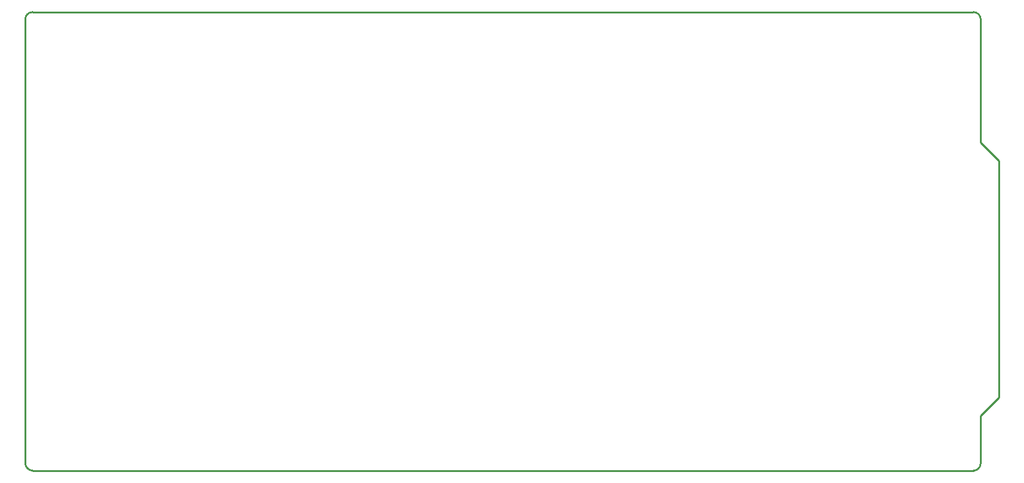
<source format=gm1>
G04 Layer_Color=16711935*
%FSLAX24Y24*%
%MOIN*%
G70*
G01*
G75*
%ADD87C,0.0100*%
D87*
X400Y25000D02*
G03*
X-0Y24610I-5J-395D01*
G01*
Y400D02*
G03*
X400Y-0I400J0D01*
G01*
X51610D02*
G03*
X52000Y400I-5J395D01*
G01*
Y24600D02*
G03*
X51600Y25000I-400J0D01*
G01*
X52000Y17900D02*
Y24600D01*
X-0Y24610D02*
X0Y400D01*
X400Y-0D02*
X51610Y0D01*
X52000Y400D02*
Y3000D01*
X53000Y4000D01*
Y16900D01*
X52000Y17900D02*
X53000Y16900D01*
X400Y25000D02*
X51600D01*
M02*

</source>
